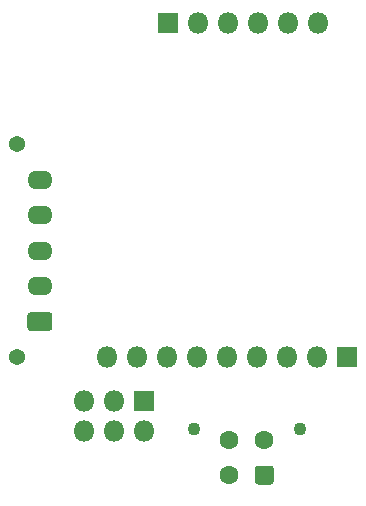
<source format=gbr>
%TF.GenerationSoftware,KiCad,Pcbnew,(5.1.6-0-10_14)*%
%TF.CreationDate,2021-01-24T21:36:40+01:00*%
%TF.ProjectId,CAN_Display,43414e5f-4469-4737-906c-61792e6b6963,rev?*%
%TF.SameCoordinates,Original*%
%TF.FileFunction,Soldermask,Bot*%
%TF.FilePolarity,Negative*%
%FSLAX46Y46*%
G04 Gerber Fmt 4.6, Leading zero omitted, Abs format (unit mm)*
G04 Created by KiCad (PCBNEW (5.1.6-0-10_14)) date 2021-01-24 21:36:40*
%MOMM*%
%LPD*%
G01*
G04 APERTURE LIST*
%ADD10O,1.800000X1.800000*%
%ADD11R,1.800000X1.800000*%
%ADD12C,1.600000*%
%ADD13C,1.100000*%
%ADD14O,2.120000X1.600000*%
%ADD15C,1.370000*%
G04 APERTURE END LIST*
D10*
%TO.C,J5*%
X143764000Y-107188000D03*
X143764000Y-104648000D03*
X146304000Y-107188000D03*
X146304000Y-104648000D03*
X148844000Y-107188000D03*
D11*
X148844000Y-104648000D03*
%TD*%
D10*
%TO.C,J4*%
X163576000Y-72644000D03*
X161036000Y-72644000D03*
X158496000Y-72644000D03*
X155956000Y-72644000D03*
X153416000Y-72644000D03*
D11*
X150876000Y-72644000D03*
%TD*%
D10*
%TO.C,J1*%
X145680000Y-100920000D03*
X148220000Y-100920000D03*
X150760000Y-100920000D03*
X153300000Y-100920000D03*
X155840000Y-100920000D03*
X158380000Y-100920000D03*
X160920000Y-100920000D03*
X163460000Y-100920000D03*
D11*
X166000000Y-100920000D03*
%TD*%
D12*
%TO.C,J3*%
X156000000Y-107920000D03*
X159000000Y-107920000D03*
X156000000Y-110920000D03*
G36*
G01*
X159800000Y-110386667D02*
X159800000Y-111453333D01*
G75*
G02*
X159533333Y-111720000I-266667J0D01*
G01*
X158466667Y-111720000D01*
G75*
G02*
X158200000Y-111453333I0J266667D01*
G01*
X158200000Y-110386667D01*
G75*
G02*
X158466667Y-110120000I266667J0D01*
G01*
X159533333Y-110120000D01*
G75*
G02*
X159800000Y-110386667I0J-266667D01*
G01*
G37*
D13*
X153000000Y-106980000D03*
X162000000Y-106980000D03*
%TD*%
D14*
%TO.C,J2*%
X140000000Y-85920000D03*
X140000000Y-88920000D03*
X140000000Y-91920000D03*
X140000000Y-94920000D03*
G36*
G01*
X140793333Y-98720000D02*
X139206667Y-98720000D01*
G75*
G02*
X138940000Y-98453333I0J266667D01*
G01*
X138940000Y-97386667D01*
G75*
G02*
X139206667Y-97120000I266667J0D01*
G01*
X140793333Y-97120000D01*
G75*
G02*
X141060000Y-97386667I0J-266667D01*
G01*
X141060000Y-98453333D01*
G75*
G02*
X140793333Y-98720000I-266667J0D01*
G01*
G37*
D15*
X138040000Y-82920000D03*
X138040000Y-100920000D03*
%TD*%
M02*

</source>
